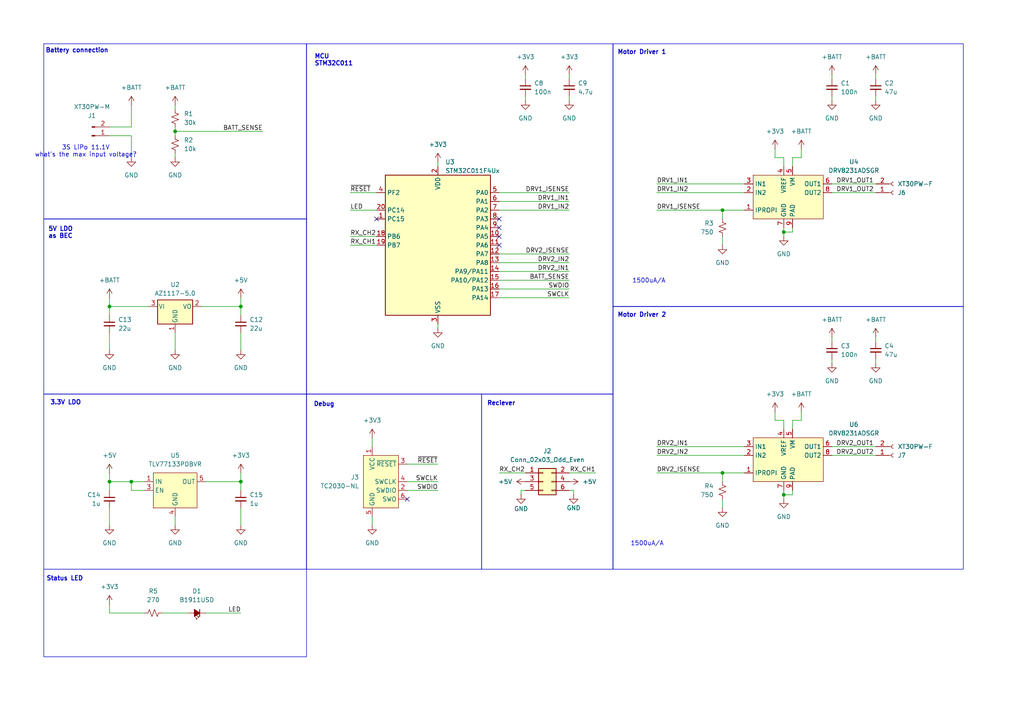
<source format=kicad_sch>
(kicad_sch (version 20250114) (generator "eeschema") (generator_version "9.0")
  (paper "A4")
  (lib_symbols
    (symbol "Connector:Conn_01x02_Pin" (pin_names (offset 1.016) (hide yes))
      (property "Reference" "J" (at 0 2.54 0))
      (property "Value" "Conn_01x02_Pin" (at 0 -5.08 0))
      (symbol "Conn_01x02_Pin_1_1"
        (rectangle (start 0.8636 0.127) (end 0 -0.127) (stroke (width 0.1524)) (fill (type outline)))
        (rectangle (start 0.8636 -2.413) (end 0 -2.667) (stroke (width 0.1524)) (fill (type outline)))
        (polyline (pts (xy 1.27 0) (xy 0.8636 0)) (stroke (width 0.1524)))
        (polyline (pts (xy 1.27 -2.54) (xy 0.8636 -2.54)) (stroke (width 0.1524)))
        (pin passive line (at 5.08 0 180) (length 3.81) (name "Pin_1") (number "1"))
        (pin passive line (at 5.08 -2.54 180) (length 3.81) (name "Pin_2") (number "2"))
      )
    )
    (symbol "Connector:Conn_01x02_Socket" (pin_names (offset 1.016) (hide yes))
      (property "Reference" "J" (at 0 2.54 0))
      (property "Value" "Conn_01x02_Socket" (at 0 -5.08 0))
      (symbol "Conn_01x02_Socket_1_1"
        (polyline (pts (xy -1.27 0) (xy -0.508 0)) (stroke (width 0.1524)))
        (polyline (pts (xy -1.27 -2.54) (xy -0.508 -2.54)) (stroke (width 0.1524)))
        (arc (start 0 -0.508) (mid -0.5058 0) (end 0 0.508) (stroke (width 0.1524)))
        (arc (start 0 -3.048) (mid -0.5058 -2.54) (end 0 -2.032) (stroke (width 0.1524)))
        (pin passive line (at -5.08 0 0) (length 3.81) (name "Pin_1") (number "1"))
        (pin passive line (at -5.08 -2.54 0) (length 3.81) (name "Pin_2") (number "2"))
      )
    )
    (symbol "Connector:Conn_ARM_SWD_TagConnect_TC2030-NL" (in_bom no)
      (property "Reference" "J" (at 2.54 11.43 0))
      (property "Value" "Conn_ARM_SWD_TagConnect_TC2030-NL" (at 2.54 8.89 0))
      (symbol "Conn_ARM_SWD_TagConnect_TC2030-NL_0_0"
        (pin power_in line (at -2.54 10.16 270) (length 2.54) (name "VCC") (number "1"))
        (pin power_in line (at -2.54 -10.16 90) (length 2.54) (name "GND") (number "5"))
        (pin open_collector line (at 7.62 5.08 180) (length 2.54) (name "~{RESET}") (number "3"))
        (pin output line (at 7.62 0 180) (length 2.54) (name "SWCLK") (number "4"))
        (pin bidirectional line (at 7.62 -2.54 180) (length 2.54) (name "SWDIO") (number "2"))
        (pin input line (at 7.62 -5.08 180) (length 2.54) (name "SWO") (number "6"))
      )
      (symbol "Conn_ARM_SWD_TagConnect_TC2030-NL_0_1"
        (rectangle (start -5.08 7.62) (end 5.08 -7.62) (fill (type background)))
      )
    )
    (symbol "Connector_Generic:Conn_02x03_Odd_Even" (pin_names (offset 1.016) (hide yes))
      (property "Reference" "J" (at 1.27 5.08 0))
      (property "Value" "Conn_02x03_Odd_Even" (at 1.27 -5.08 0))
      (symbol "Conn_02x03_Odd_Even_1_1"
        (rectangle (start -1.27 3.81) (end 3.81 -3.81) (stroke (width 0.254)) (fill (type background)))
        (rectangle (start -1.27 2.667) (end 0 2.413) (stroke (width 0.1524)))
        (rectangle (start -1.27 0.127) (end 0 -0.127) (stroke (width 0.1524)))
        (rectangle (start -1.27 -2.413) (end 0 -2.667) (stroke (width 0.1524)))
        (rectangle (start 3.81 2.667) (end 2.54 2.413) (stroke (width 0.1524)))
        (rectangle (start 3.81 0.127) (end 2.54 -0.127) (stroke (width 0.1524)))
        (rectangle (start 3.81 -2.413) (end 2.54 -2.667) (stroke (width 0.1524)))
        (pin passive line (at -5.08 2.54 0) (length 3.81) (name "Pin_1") (number "1"))
        (pin passive line (at -5.08 0 0) (length 3.81) (name "Pin_3") (number "3"))
        (pin passive line (at -5.08 -2.54 0) (length 3.81) (name "Pin_5") (number "5"))
        (pin passive line (at 7.62 2.54 180) (length 3.81) (name "Pin_2") (number "2"))
        (pin passive line (at 7.62 0 180) (length 3.81) (name "Pin_4") (number "4"))
        (pin passive line (at 7.62 -2.54 180) (length 3.81) (name "Pin_6") (number "6"))
      )
    )
    (symbol "Device:C_Small" (pin_numbers (hide yes)) (pin_names (offset 0.254) (hide yes))
      (property "Reference" "C" (at 0.254 1.778 0))
      (property "Value" "C_Small" (at 0.254 -2.032 0))
      (symbol "C_Small_0_1"
        (polyline (pts (xy -1.524 0.508) (xy 1.524 0.508)) (stroke (width 0.3048)))
        (polyline (pts (xy -1.524 -0.508) (xy 1.524 -0.508)) (stroke (width 0.3302)))
      )
      (symbol "C_Small_1_1"
        (pin passive line (at 0 2.54 270) (length 2.032) (name "~") (number "1"))
        (pin passive line (at 0 -2.54 90) (length 2.032) (name "~") (number "2"))
      )
    )
    (symbol "Device:LED_Small_Filled" (pin_numbers (hide yes)) (pin_names (offset 0.254) (hide yes))
      (property "Reference" "D" (at -1.27 3.175 0))
      (property "Value" "LED_Small_Filled" (at -4.445 -2.54 0))
      (symbol "LED_Small_Filled_0_1"
        (polyline (pts (xy -0.762 -1.016) (xy -0.762 1.016)) (stroke (width 0.254)))
        (polyline (pts (xy 0 0.762) (xy -0.508 1.27) (xy -0.254 1.27) (xy -0.508 1.27) (xy -0.508 1.016)))
        (polyline (pts (xy 0.508 1.27) (xy 0 1.778) (xy 0.254 1.778) (xy 0 1.778) (xy 0 1.524)))
        (polyline (pts (xy 0.762 -1.016) (xy -0.762 0) (xy 0.762 1.016) (xy 0.762 -1.016)) (stroke (width 0.254)) (fill (type outline)))
        (polyline (pts (xy 1.016 0) (xy -0.762 0)))
      )
      (symbol "LED_Small_Filled_1_1"
        (pin passive line (at -2.54 0 0) (length 1.778) (name "K") (number "1"))
        (pin passive line (at 2.54 0 180) (length 1.778) (name "A") (number "2"))
      )
    )
    (symbol "Device:R_Small_US" (pin_numbers (hide yes)) (pin_names (offset 0.254) (hide yes))
      (property "Reference" "R" (at 0.762 0.508 0))
      (property "Value" "R_Small_US" (at 0.762 -1.016 0))
      (symbol "R_Small_US_1_1"
        (polyline (pts (xy 0 1.524) (xy 1.016 1.143) (xy 0 0.762) (xy -1.016 0.381) (xy 0 0)))
        (polyline (pts (xy 0 0) (xy 1.016 -0.381) (xy 0 -0.762) (xy -1.016 -1.143) (xy 0 -1.524)))
        (pin passive line (at 0 2.54 270) (length 1.016) (name "~") (number "1"))
        (pin passive line (at 0 -2.54 90) (length 1.016) (name "~") (number "2"))
      )
    )
    (symbol "Driver_Motor_TI:DRV8231ADSGR"
      (property "Reference" "U" (at -10.668 -13.97 0))
      (property "Value" "DRV8231ADSGR" (at -17.272 -15.748 0))
      (symbol "DRV8231ADSGR_0_0"
        (pin unspecified line (at -12.7 -2.54 0) (length 2.54) (name "IN1") (number "3"))
        (pin unspecified line (at -12.7 -5.08 0) (length 2.54) (name "IN2") (number "2"))
        (pin unspecified line (at -12.7 -10.16 0) (length 2.54) (name "IPROPI") (number "1"))
        (pin unspecified line (at -1.27 2.54 270) (length 2.54) (name "VREF") (number "4"))
        (pin unspecified line (at -1.27 -15.24 90) (length 2.54) (name "GND") (number "7"))
        (pin unspecified line (at 1.27 2.54 270) (length 2.54) (name "VM") (number "5"))
        (pin unspecified line (at 1.27 -15.24 90) (length 2.54) (name "PAD") (number "9"))
        (pin unspecified line (at 12.7 -2.54 180) (length 2.54) (name "OUT1") (number "6"))
        (pin unspecified line (at 12.7 -5.08 180) (length 2.54) (name "OUT2") (number "8"))
      )
      (symbol "DRV8231ADSGR_1_1"
        (rectangle (start -10.16 0) (end 10.16 -12.7) (fill (type background)))
      )
    )
    (symbol "MCU_ST_STM32C0:STM32C011F4Ux"
      (property "Reference" "U" (at -15.24 21.59 0))
      (property "Value" "STM32C011F4Ux" (at 2.54 21.59 0))
      (symbol "STM32C011F4Ux_0_1"
        (rectangle (start -15.24 -20.32) (end 15.24 20.32) (stroke (width 0.254)) (fill (type background)))
      )
      (symbol "STM32C011F4Ux_1_1"
        (pin bidirectional line (at -17.78 15.24 0) (length 2.54) (name "PF2") (number "4"))
        (pin bidirectional line (at -17.78 10.16 0) (length 2.54) (name "PC14") (number "20"))
        (pin bidirectional line (at -17.78 7.62 0) (length 2.54) (name "PC15") (number "1"))
        (pin bidirectional line (at -17.78 2.54 0) (length 2.54) (name "PB6") (number "18"))
        (pin bidirectional line (at -17.78 0 0) (length 2.54) (name "PB7") (number "19"))
        (pin power_in line (at 0 22.86 270) (length 2.54) (name "VDD") (number "2"))
        (pin power_in line (at 0 -22.86 90) (length 2.54) (name "VSS") (number "3"))
        (pin bidirectional line (at 17.78 15.24 180) (length 2.54) (name "PA0") (number "5"))
        (pin bidirectional line (at 17.78 12.7 180) (length 2.54) (name "PA1") (number "6"))
        (pin bidirectional line (at 17.78 10.16 180) (length 2.54) (name "PA2") (number "7"))
        (pin bidirectional line (at 17.78 7.62 180) (length 2.54) (name "PA3") (number "8"))
        (pin bidirectional line (at 17.78 5.08 180) (length 2.54) (name "PA4") (number "9"))
        (pin bidirectional line (at 17.78 2.54 180) (length 2.54) (name "PA5") (number "10"))
        (pin bidirectional line (at 17.78 0 180) (length 2.54) (name "PA6") (number "11"))
        (pin bidirectional line (at 17.78 -2.54 180) (length 2.54) (name "PA7") (number "12"))
        (pin bidirectional line (at 17.78 -5.08 180) (length 2.54) (name "PA8") (number "13"))
        (pin bidirectional line (at 17.78 -7.62 180) (length 2.54) (name "PA9/PA11") (number "14"))
        (pin bidirectional line (at 17.78 -10.16 180) (length 2.54) (name "PA10/PA12") (number "15"))
        (pin bidirectional line (at 17.78 -12.7 180) (length 2.54) (name "PA13") (number "16"))
        (pin bidirectional line (at 17.78 -15.24 180) (length 2.54) (name "PA14") (number "17"))
      )
    )
    (symbol "Regulator_Linear:AZ1117-5.0" (pin_names (offset 0.254))
      (property "Reference" "U" (at -3.81 3.175 0))
      (property "Value" "AZ1117-5.0" (at 0 3.175 0))
      (symbol "AZ1117-5.0_0_1"
        (rectangle (start -5.08 1.905) (end 5.08 -5.08) (stroke (width 0.254)) (fill (type background)))
      )
      (symbol "AZ1117-5.0_1_1"
        (pin power_in line (at -7.62 0 0) (length 2.54) (name "VI") (number "3"))
        (pin power_in line (at 0 -7.62 90) (length 2.54) (name "GND") (number "1"))
        (pin power_out line (at 7.62 0 180) (length 2.54) (name "VO") (number "2"))
      )
    )
    (symbol "Regulator_Linear_TI:TLV77133PDBVR"
      (property "Reference" "U" (at 0 4.064 0))
      (property "Value" "TLV77133PDBVR" (at -0.254 1.778 0))
      (symbol "TLV77133PDBVR_0_0"
        (pin unspecified line (at -8.89 -2.54 0) (length 2.54) (name "IN") (number "1"))
        (pin unspecified line (at -8.89 -5.08 0) (length 2.54) (name "EN") (number "3"))
        (pin unspecified line (at 0 -12.7 90) (length 2.54) (name "GND") (number "4"))
        (pin unspecified line (at 8.89 -2.54 180) (length 2.54) (name "OUT") (number "5"))
      )
      (symbol "TLV77133PDBVR_1_0"
        (pin no_connect line (at 2.54 -12.7 90) (length 2.54) (hide yes) (name "NC") (number "2"))
      )
      (symbol "TLV77133PDBVR_1_1"
        (rectangle (start -6.35 0) (end 6.35 -10.16) (fill (type background)))
      )
    )
    (symbol "power:+3V3" (power) (pin_numbers (hide yes)) (pin_names (offset 0) (hide yes))
      (property "Value" "+3V3" (at 0 3.556 0))
      (symbol "+3V3_0_1"
        (polyline (pts (xy -0.762 1.27) (xy 0 2.54)))
        (polyline (pts (xy 0 2.54) (xy 0.762 1.27)))
        (polyline (pts (xy 0 0) (xy 0 2.54)))
      )
      (symbol "+3V3_1_1"
        (pin power_in line (at 0 0 90) (length 0) (name "~") (number "1"))
      )
    )
    (symbol "power:+5V" (power) (pin_numbers (hide yes)) (pin_names (offset 0) (hide yes))
      (property "Value" "+5V" (at 0 3.556 0))
      (symbol "+5V_0_1"
        (polyline (pts (xy -0.762 1.27) (xy 0 2.54)))
        (polyline (pts (xy 0 2.54) (xy 0.762 1.27)))
        (polyline (pts (xy 0 0) (xy 0 2.54)))
      )
      (symbol "+5V_1_1"
        (pin power_in line (at 0 0 90) (length 0) (name "~") (number "1"))
      )
    )
    (symbol "power:+BATT" (power) (pin_numbers (hide yes)) (pin_names (offset 0) (hide yes))
      (property "Value" "+BATT" (at 0 3.556 0))
      (symbol "+BATT_0_1"
        (polyline (pts (xy -0.762 1.27) (xy 0 2.54)))
        (polyline (pts (xy 0 2.54) (xy 0.762 1.27)))
        (polyline (pts (xy 0 0) (xy 0 2.54)))
      )
      (symbol "+BATT_1_1"
        (pin power_in line (at 0 0 90) (length 0) (name "~") (number "1"))
      )
    )
    (symbol "power:GND" (power) (pin_numbers (hide yes)) (pin_names (offset 0) (hide yes))
      (property "Value" "GND" (at 0 -3.81 0))
      (symbol "GND_0_1"
        (polyline (pts (xy 0 0) (xy 0 -1.27) (xy 1.27 -1.27) (xy 0 -2.54) (xy -1.27 -1.27) (xy 0 -1.27)))
      )
      (symbol "GND_1_1"
        (pin power_in line (at 0 0 270) (length 0) (name "~") (number "1"))
      )
    )
  )
  (rectangle (start 177.8 12.7) (end 279.4 88.9))
  (rectangle (start 12.7 12.7) (end 88.9 63.5))
  (rectangle (start 177.8 88.9) (end 279.4 165.1))
  (rectangle (start 88.9 114.3) (end 139.7 165.1))
  (rectangle (start 12.7 165.1) (end 88.9 190.5))
  (rectangle (start 88.9 12.7) (end 177.8 114.3))
  (rectangle (start 12.7 114.3) (end 88.9 165.1))
  (rectangle (start 12.7 63.5) (end 88.9 114.3))
  (rectangle (start 139.7 114.3) (end 177.8 165.1))
  (text "3.3V LDO" (at 19.05 116.84 0) (effects (font (size 1.27 1.27) (thickness 0.254) (bold yes))))
  (text "Status LED" (at 18.796 167.894 0) (effects (font (size 1.27 1.27) (thickness 0.254) (bold yes))))
  (text "Motor Driver 1" (at 186.182 15.24 0) (effects (font (size 1.27 1.27) (thickness 0.254) (bold yes))))
  (text "Motor Driver 2" (at 186.182 91.44 0) (effects (font (size 1.27 1.27) (thickness 0.254) (bold yes))))
  (text "1500uA/A" (at 188.214 81.534 0) (effects (font (size 1.27 1.27))))
  (text "5V LDO\nas BEC" (at 13.97 65.786 0) (effects (font (size 1.27 1.27) (thickness 0.254) (bold yes)) (justify left top)))
  (text "Battery connection" (at 22.352 14.732 0) (effects (font (size 1.27 1.27) (thickness 0.254) (bold yes))))
  (text "MCU\nSTM32C011" (at 91.186 15.748 0) (effects (font (size 1.27 1.27) (thickness 0.254) (bold yes)) (justify left top)))
  (text "1500uA/A" (at 187.706 157.734 0) (effects (font (size 1.27 1.27))))
  (text "3S LiPo 11.1V\nwhat's the max input voltage?" (at 24.892 43.942 0) (effects (font (size 1.27 1.27) (thickness 0.1588))))
  (text "Reciever" (at 141.224 116.332 0) (effects (font (size 1.27 1.27) (thickness 0.254) (bold yes)) (justify left top)))
  (text "Debug" (at 90.932 116.586 0) (effects (font (size 1.27 1.27) (thickness 0.254) (bold yes)) (justify left top)))
  (junction (at 227.33 143.51))
  (junction (at 38.1 139.7))
  (junction (at 209.55 137.16))
  (junction (at 50.8 38.1))
  (junction (at 31.75 88.9))
  (junction (at 31.75 139.7))
  (junction (at 227.33 67.31))
  (junction (at 209.55 60.96))
  (junction (at 69.85 139.7))
  (junction (at 69.85 88.9))
  (no_connect (at 144.78 66.04))
  (no_connect (at 144.78 63.5))
  (no_connect (at 144.78 71.12))
  (no_connect (at 109.22 63.5))
  (no_connect (at 118.11 144.78))
  (no_connect (at 144.78 68.58))
  (wire (pts (xy 165.1 76.2) (xy 144.78 76.2)))
  (wire (pts (xy 151.13 143.51) (xy 151.13 142.24)))
  (wire (pts (xy 59.69 139.7) (xy 69.85 139.7)))
  (wire (pts (xy 152.4 137.16) (xy 144.78 137.16)))
  (wire (pts (xy 69.85 86.36) (xy 69.85 88.9)))
  (wire (pts (xy 144.78 81.28) (xy 165.1 81.28)))
  (wire (pts (xy 224.79 43.18) (xy 224.79 45.72)))
  (wire (pts (xy 190.5 55.88) (xy 215.9 55.88)))
  (wire (pts (xy 107.95 149.86) (xy 107.95 152.4)))
  (wire (pts (xy 241.3 55.88) (xy 254 55.88)))
  (wire (pts (xy 241.3 21.59) (xy 241.3 22.86)))
  (wire (pts (xy 69.85 139.7) (xy 69.85 142.24)))
  (wire (pts (xy 59.69 177.8) (xy 69.85 177.8)))
  (wire (pts (xy 227.33 143.51) (xy 227.33 144.78)))
  (wire (pts (xy 241.3 132.08) (xy 254 132.08)))
  (wire (pts (xy 58.42 88.9) (xy 69.85 88.9)))
  (wire (pts (xy 31.75 96.52) (xy 31.75 101.6)))
  (wire (pts (xy 69.85 137.16) (xy 69.85 139.7)))
  (wire (pts (xy 241.3 53.34) (xy 254 53.34)))
  (wire (pts (xy 232.41 119.38) (xy 232.41 121.92)))
  (wire (pts (xy 229.87 67.31) (xy 229.87 66.04)))
  (wire (pts (xy 127 93.98) (xy 127 95.25)))
  (wire (pts (xy 166.37 142.24) (xy 165.1 142.24)))
  (wire (pts (xy 227.33 66.04) (xy 227.33 67.31)))
  (wire (pts (xy 38.1 36.83) (xy 31.75 36.83)))
  (wire (pts (xy 152.4 21.59) (xy 152.4 22.86)))
  (wire (pts (xy 38.1 39.37) (xy 31.75 39.37)))
  (wire (pts (xy 50.8 44.45) (xy 50.8 45.72)))
  (wire (pts (xy 118.11 139.7) (xy 127 139.7)))
  (wire (pts (xy 190.5 53.34) (xy 215.9 53.34)))
  (wire (pts (xy 144.78 83.82) (xy 165.1 83.82)))
  (wire (pts (xy 38.1 139.7) (xy 41.91 139.7)))
  (wire (pts (xy 224.79 45.72) (xy 227.33 45.72)))
  (wire (pts (xy 50.8 96.52) (xy 50.8 101.6)))
  (wire (pts (xy 224.79 119.38) (xy 224.79 121.92)))
  (wire (pts (xy 209.55 60.96) (xy 215.9 60.96)))
  (wire (pts (xy 31.75 139.7) (xy 31.75 142.24)))
  (wire (pts (xy 107.95 127) (xy 107.95 129.54)))
  (wire (pts (xy 227.33 143.51) (xy 229.87 143.51)))
  (wire (pts (xy 165.1 60.96) (xy 144.78 60.96)))
  (wire (pts (xy 144.78 73.66) (xy 165.1 73.66)))
  (wire (pts (xy 46.99 177.8) (xy 54.61 177.8)))
  (wire (pts (xy 209.55 144.78) (xy 209.55 147.32)))
  (wire (pts (xy 31.75 139.7) (xy 38.1 139.7)))
  (wire (pts (xy 144.78 55.88) (xy 165.1 55.88)))
  (wire (pts (xy 241.3 27.94) (xy 241.3 29.21)))
  (wire (pts (xy 31.75 175.26) (xy 31.75 177.8)))
  (wire (pts (xy 101.6 60.96) (xy 109.22 60.96)))
  (wire (pts (xy 38.1 45.72) (xy 38.1 39.37)))
  (wire (pts (xy 190.5 132.08) (xy 215.9 132.08)))
  (wire (pts (xy 165.1 27.94) (xy 165.1 29.21)))
  (wire (pts (xy 31.75 88.9) (xy 43.18 88.9)))
  (wire (pts (xy 241.3 129.54) (xy 254 129.54)))
  (wire (pts (xy 69.85 88.9) (xy 69.85 91.44)))
  (wire (pts (xy 38.1 30.48) (xy 38.1 36.83)))
  (wire (pts (xy 109.22 71.12) (xy 101.6 71.12)))
  (wire (pts (xy 241.3 104.14) (xy 241.3 105.41)))
  (wire (pts (xy 254 104.14) (xy 254 105.41)))
  (wire (pts (xy 232.41 121.92) (xy 229.87 121.92)))
  (wire (pts (xy 224.79 121.92) (xy 227.33 121.92)))
  (wire (pts (xy 31.75 137.16) (xy 31.75 139.7)))
  (wire (pts (xy 31.75 86.36) (xy 31.75 88.9)))
  (wire (pts (xy 50.8 38.1) (xy 50.8 39.37)))
  (wire (pts (xy 209.55 137.16) (xy 215.9 137.16)))
  (wire (pts (xy 227.33 121.92) (xy 227.33 124.46)))
  (wire (pts (xy 118.11 134.62) (xy 127 134.62)))
  (wire (pts (xy 254 21.59) (xy 254 22.86)))
  (wire (pts (xy 50.8 30.48) (xy 50.8 31.75)))
  (wire (pts (xy 69.85 96.52) (xy 69.85 101.6)))
  (wire (pts (xy 229.87 45.72) (xy 229.87 48.26)))
  (wire (pts (xy 232.41 45.72) (xy 229.87 45.72)))
  (wire (pts (xy 50.8 149.86) (xy 50.8 152.4)))
  (wire (pts (xy 227.33 45.72) (xy 227.33 48.26)))
  (wire (pts (xy 232.41 43.18) (xy 232.41 45.72)))
  (wire (pts (xy 31.75 91.44) (xy 31.75 88.9)))
  (wire (pts (xy 38.1 142.24) (xy 38.1 139.7)))
  (wire (pts (xy 227.33 67.31) (xy 227.33 68.58)))
  (wire (pts (xy 165.1 137.16) (xy 172.72 137.16)))
  (wire (pts (xy 41.91 142.24) (xy 38.1 142.24)))
  (wire (pts (xy 165.1 78.74) (xy 144.78 78.74)))
  (wire (pts (xy 209.55 137.16) (xy 209.55 139.7)))
  (wire (pts (xy 227.33 67.31) (xy 229.87 67.31)))
  (wire (pts (xy 165.1 58.42) (xy 144.78 58.42)))
  (wire (pts (xy 209.55 60.96) (xy 209.55 63.5)))
  (wire (pts (xy 165.1 21.59) (xy 165.1 22.86)))
  (wire (pts (xy 31.75 177.8) (xy 41.91 177.8)))
  (wire (pts (xy 209.55 68.58) (xy 209.55 71.12)))
  (wire (pts (xy 166.37 143.51) (xy 166.37 142.24)))
  (wire (pts (xy 229.87 143.51) (xy 229.87 142.24)))
  (wire (pts (xy 152.4 27.94) (xy 152.4 29.21)))
  (wire (pts (xy 229.87 121.92) (xy 229.87 124.46)))
  (wire (pts (xy 241.3 97.79) (xy 241.3 99.06)))
  (wire (pts (xy 101.6 55.88) (xy 109.22 55.88)))
  (wire (pts (xy 50.8 36.83) (xy 50.8 38.1)))
  (wire (pts (xy 151.13 142.24) (xy 152.4 142.24)))
  (wire (pts (xy 227.33 142.24) (xy 227.33 143.51)))
  (wire (pts (xy 50.8 38.1) (xy 76.2 38.1)))
  (wire (pts (xy 190.5 60.96) (xy 209.55 60.96)))
  (wire (pts (xy 118.11 142.24) (xy 127 142.24)))
  (wire (pts (xy 69.85 147.32) (xy 69.85 152.4)))
  (wire (pts (xy 190.5 137.16) (xy 209.55 137.16)))
  (wire (pts (xy 31.75 147.32) (xy 31.75 152.4)))
  (wire (pts (xy 254 97.79) (xy 254 99.06)))
  (wire (pts (xy 109.22 68.58) (xy 101.6 68.58)))
  (wire (pts (xy 190.5 129.54) (xy 215.9 129.54)))
  (wire (pts (xy 144.78 86.36) (xy 165.1 86.36)))
  (wire (pts (xy 254 27.94) (xy 254 29.21)))
  (wire (pts (xy 127 46.99) (xy 127 48.26)))
  (label "DRV1_OUT2" (at 242.57 55.88 0))
  (label "BATT_SENSE" (at 165.1 81.28 180))
  (label "DRV2_IN1" (at 165.1 78.74 180))
  (label "SWCLK" (at 165.1 86.36 180))
  (label "~{RESET}" (at 101.6 55.88 0))
  (label "RX_CH2" (at 144.78 137.16 0))
  (label "DRV1_IN2" (at 165.1 60.96 180))
  (label "RX_CH2" (at 101.6 68.58 0))
  (label "DRV2_ISENSE" (at 190.5 137.16 0))
  (label "LED" (at 101.6 60.96 0))
  (label "DRV1_IN1" (at 165.1 58.42 180))
  (label "~{RESET}" (at 127 134.62 180))
  (label "SWDIO" (at 165.1 83.82 180))
  (label "LED" (at 69.85 177.8 180))
  (label "DRV1_IN2" (at 190.5 55.88 0))
  (label "DRV2_IN2" (at 190.5 132.08 0))
  (label "RX_CH1" (at 172.72 137.16 180))
  (label "DRV2_IN1" (at 190.5 129.54 0))
  (label "DRV1_OUT1" (at 242.57 53.34 0))
  (label "DRV1_ISENSE" (at 190.5 60.96 0))
  (label "BATT_SENSE" (at 76.2 38.1 180))
  (label "SWDIO" (at 127 142.24 180))
  (label "DRV1_ISENSE" (at 165.1 55.88 180))
  (label "SWCLK" (at 127 139.7 180))
  (label "DRV1_IN1" (at 190.5 53.34 0))
  (label "RX_CH1" (at 101.6 71.12 0))
  (label "DRV2_OUT2" (at 242.57 132.08 0))
  (label "DRV2_IN2" (at 165.1 76.2 180))
  (label "DRV2_OUT1" (at 242.57 129.54 0))
  (label "DRV2_ISENSE" (at 165.1 73.66 180))
  (symbol (lib_id "power:+3V3") (at 69.85 137.16 0) (unit 1)
    (property "Reference" "#PWR015" (effects (hide yes)))
    (property "Value" "+3V3" (at 69.85 132.08 0))
    (property "Description" "Power symbol creates a global label with name \"+3V3\"" (effects (hide yes)))
  )
  (symbol (lib_id "power:+3V3") (at 165.1 21.59 0) (unit 1)
    (property "Reference" "#PWR026" (effects (hide yes)))
    (property "Value" "+3V3" (at 165.1 16.51 0))
    (property "Description" "Power symbol creates a global label with name \"+3V3\"" (effects (hide yes)))
  )
  (symbol (lib_id "power:+BATT") (at 38.1 30.48 0) (unit 1)
    (property "Reference" "#PWR034" (effects (hide yes)))
    (property "Value" "+BATT" (at 38.1 25.4 0))
    (property "Description" "Power symbol creates a global label with name \"+BATT\"" (effects (hide yes)))
  )
  (symbol (lib_id "power:+3V3") (at 152.4 21.59 0) (unit 1)
    (property "Reference" "#PWR024" (effects (hide yes)))
    (property "Value" "+3V3" (at 152.4 16.51 0))
    (property "Description" "Power symbol creates a global label with name \"+3V3\"" (effects (hide yes)))
  )
  (symbol (lib_id "Device:C_Small") (at 31.75 93.98 0) (unit 1)
    (property "Reference" "C13" (at 34.29 92.7162 0) (effects (justify left)))
    (property "Value" "22u" (at 34.29 95.2562 0) (effects (justify left)))
    (property "Footprint" "Capacitor_SMD:C_0603_1608Metric" (effects (hide yes)))
    (property "Description" "Unpolarized capacitor, small symbol" (effects (hide yes)))
  )
  (symbol (lib_id "Connector_Generic:Conn_02x03_Odd_Even") (at 157.48 139.7 0) (unit 1)
    (property "Reference" "J2" (at 158.75 130.81 0))
    (property "Value" "Conn_02x03_Odd_Even" (at 158.75 133.35 0))
    (property "Footprint" "Connector_PinHeader_2.54mm:PinHeader_2x03_P2.54mm_Horizontal" (effects (hide yes)))
    (property "Description" "Generic connector, double row, 02x03, odd/even pin numbering scheme (row 1 odd numbers, row 2 even numbers), script generated (kicad-library-utils/schlib/autogen/connector/)" (effects (hide yes)))
  )
  (symbol (lib_id "Device:R_Small_US") (at 50.8 34.29 0) (unit 1)
    (property "Reference" "R1" (at 53.34 33.0199 0) (effects (justify left)))
    (property "Value" "30k" (at 53.34 35.5599 0) (effects (justify left)))
    (property "Footprint" "Resistor_SMD:R_0603_1608Metric" (effects (hide yes)))
    (property "Description" "Resistor, small US symbol" (effects (hide yes)))
  )
  (symbol (lib_id "Device:R_Small_US") (at 209.55 142.24 0) (unit 1)
    (property "Reference" "R4" (at 207.01 140.9699 0) (effects (justify right)))
    (property "Value" "750" (at 207.01 143.5099 0) (effects (justify right)))
    (property "Footprint" "Resistor_SMD:R_0603_1608Metric" (effects (hide yes)))
    (property "Description" "Resistor, small US symbol" (effects (hide yes)))
  )
  (symbol (lib_id "power:+3V3") (at 127 46.99 0) (unit 1)
    (property "Reference" "#PWR029" (effects (hide yes)))
    (property "Value" "+3V3" (at 127 41.91 0))
    (property "Description" "Power symbol creates a global label with name \"+3V3\"" (effects (hide yes)))
  )
  (symbol (lib_id "power:GND") (at 38.1 45.72 0) (unit 1)
    (property "Reference" "#PWR035" (effects (hide yes)))
    (property "Value" "GND" (at 38.1 50.8 0))
    (property "Description" "Power symbol creates a global label with name \"GND\" , ground" (effects (hide yes)))
  )
  (symbol (lib_id "power:GND") (at 209.55 147.32 0) (unit 1)
    (property "Reference" "#PWR033" (effects (hide yes)))
    (property "Value" "GND" (at 209.55 152.4 0))
    (property "Description" "Power symbol creates a global label with name \"GND\" , ground" (effects (hide yes)))
  )
  (symbol (lib_id "Regulator_Linear_TI:TLV77133PDBVR") (at 50.8 137.16 0) (unit 1)
    (property "Reference" "U5" (at 50.8 132.08 0))
    (property "Value" "TLV77133PDBVR" (at 50.8 134.62 0))
    (property "Footprint" "Package_TO_SOT_SMD:SOT-23-5" (effects (hide yes)))
    (property "Datasheet" "https://www.ti.com/lit/ds/symlink/tlv771.pdf?ts=1746717697342&ref_url=https%253A%252F%252Fwww.ti.com%252Fproduct%252FTLV771" (effects (hide yes)))
    (property "Description" "Linear Voltage Regulator IC Positive Fixed 1 Output 150mA SOT-23-5" (effects (hide yes)))
  )
  (symbol (lib_id "power:GND") (at 50.8 152.4 0) (unit 1)
    (property "Reference" "#PWR011" (effects (hide yes)))
    (property "Value" "GND" (at 50.8 157.48 0))
    (property "Description" "Power symbol creates a global label with name \"GND\" , ground" (effects (hide yes)))
  )
  (symbol (lib_id "Device:LED_Small_Filled") (at 57.15 177.8 180) (unit 1)
    (property "Reference" "D1" (at 57.0865 171.45 0))
    (property "Value" "B1911USD" (at 57.0865 173.99 0))
    (property "Footprint" "LED_SMD:LED_0603_1608Metric" (effects (hide yes)))
    (property "Description" "Light emitting diode, small symbol, filled shape" (effects (hide yes)))
    (property "Sim.Pins" "1=K 2=A" (effects (hide yes)))
  )
  (symbol (lib_id "power:+3V3") (at 224.79 119.38 0) (unit 1)
    (property "Reference" "#PWR016" (effects (hide yes)))
    (property "Value" "+3V3" (at 224.79 114.3 0))
    (property "Description" "Power symbol creates a global label with name \"+3V3\"" (effects (hide yes)))
  )
  (symbol (lib_id "power:GND") (at 31.75 152.4 0) (unit 1)
    (property "Reference" "#PWR010" (effects (hide yes)))
    (property "Value" "GND" (at 31.75 157.48 0))
    (property "Description" "Power symbol creates a global label with name \"GND\" , ground" (effects (hide yes)))
  )
  (symbol (lib_id "Device:C_Small") (at 241.3 101.6 0) (unit 1)
    (property "Reference" "C3" (at 243.84 100.3362 0) (effects (justify left)))
    (property "Value" "100n" (at 243.84 102.8762 0) (effects (justify left)))
    (property "Footprint" "Capacitor_SMD:C_0603_1608Metric" (effects (hide yes)))
    (property "Description" "Unpolarized capacitor, small symbol" (effects (hide yes)))
  )
  (symbol (lib_id "power:+BATT") (at 254 21.59 0) (unit 1)
    (property "Reference" "#PWR022" (effects (hide yes)))
    (property "Value" "+BATT" (at 254 16.51 0))
    (property "Description" "Power symbol creates a global label with name \"+BATT\"" (effects (hide yes)))
  )
  (symbol (lib_id "power:GND") (at 69.85 152.4 0) (unit 1)
    (property "Reference" "#PWR014" (effects (hide yes)))
    (property "Value" "GND" (at 69.85 157.48 0))
    (property "Description" "Power symbol creates a global label with name \"GND\" , ground" (effects (hide yes)))
  )
  (symbol (lib_id "power:+3V3") (at 107.95 127 0) (unit 1)
    (property "Reference" "#PWR01" (effects (hide yes)))
    (property "Value" "+3V3" (at 107.95 121.92 0))
    (property "Description" "Power symbol creates a global label with name \"+3V3\"" (effects (hide yes)))
  )
  (symbol (lib_id "Regulator_Linear:AZ1117-5.0") (at 50.8 88.9 0) (unit 1)
    (property "Reference" "U2" (at 50.8 82.55 0))
    (property "Value" "AZ1117-5.0" (at 50.8 85.09 0))
    (property "Footprint" "Package_TO_SOT_SMD:SOT-223-3_TabPin2" (effects (hide yes)))
    (property "Datasheet" "https://www.diodes.com/assets/Datasheets/AZ1117.pdf" (effects (hide yes)))
    (property "Description" "1A 20V Fixed LDO Linear Regulator, 5.0V, SOT-89/SOT-223/TO-220/TO-252/TO-263" (effects (hide yes)))
  )
  (symbol (lib_id "Device:C_Small") (at 254 25.4 0) (unit 1)
    (property "Reference" "C2" (at 256.54 24.1362 0) (effects (justify left)))
    (property "Value" "47u" (at 256.54 26.6762 0) (effects (justify left)))
    (property "Footprint" "Capacitor_SMD:C_1210_3225Metric" (effects (hide yes)))
    (property "Description" "Unpolarized capacitor, small symbol" (effects (hide yes)))
  )
  (symbol (lib_id "power:GND") (at 209.55 71.12 0) (unit 1)
    (property "Reference" "#PWR032" (effects (hide yes)))
    (property "Value" "GND" (at 209.55 76.2 0))
    (property "Description" "Power symbol creates a global label with name \"GND\" , ground" (effects (hide yes)))
  )
  (symbol (lib_id "Device:C_Small") (at 152.4 25.4 0) (unit 1)
    (property "Reference" "C8" (at 154.94 24.1362 0) (effects (justify left)))
    (property "Value" "100n" (at 154.94 26.6762 0) (effects (justify left)))
    (property "Footprint" "Capacitor_SMD:C_0603_1608Metric" (effects (hide yes)))
    (property "Description" "Unpolarized capacitor, small symbol" (effects (hide yes)))
  )
  (symbol (lib_id "Device:C_Small") (at 254 101.6 0) (unit 1)
    (property "Reference" "C4" (at 256.54 100.3362 0) (effects (justify left)))
    (property "Value" "47u" (at 256.54 102.8762 0) (effects (justify left)))
    (property "Footprint" "Capacitor_SMD:C_1210_3225Metric" (effects (hide yes)))
    (property "Description" "Unpolarized capacitor, small symbol" (effects (hide yes)))
  )
  (symbol (lib_id "Device:C_Small") (at 241.3 25.4 0) (unit 1)
    (property "Reference" "C1" (at 243.84 24.1362 0) (effects (justify left)))
    (property "Value" "100n" (at 243.84 26.6762 0) (effects (justify left)))
    (property "Footprint" "Capacitor_SMD:C_0603_1608Metric" (effects (hide yes)))
    (property "Description" "Unpolarized capacitor, small symbol" (effects (hide yes)))
  )
  (symbol (lib_id "power:GND") (at 254 29.21 0) (unit 1)
    (property "Reference" "#PWR02" (effects (hide yes)))
    (property "Value" "GND" (at 254 34.29 0))
    (property "Description" "Power symbol creates a global label with name \"GND\" , ground" (effects (hide yes)))
  )
  (symbol (lib_id "power:+3V3") (at 224.79 43.18 0) (unit 1)
    (property "Reference" "#PWR09" (effects (hide yes)))
    (property "Value" "+3V3" (at 224.79 38.1 0))
    (property "Description" "Power symbol creates a global label with name \"+3V3\"" (effects (hide yes)))
  )
  (symbol (lib_id "power:GND") (at 69.85 101.6 0) (unit 1)
    (property "Reference" "#PWR03" (effects (hide yes)))
    (property "Value" "GND" (at 69.85 106.68 0))
    (property "Description" "Power symbol creates a global label with name \"GND\" , ground" (effects (hide yes)))
  )
  (symbol (lib_id "power:+5V") (at 152.4 139.7 90) (mirror x) (unit 1)
    (property "Reference" "#PWR040" (effects (hide yes)))
    (property "Value" "+5V" (at 148.59 139.6999 90) (effects (justify left)))
    (property "Description" "Power symbol creates a global label with name \"+5V\"" (effects (hide yes)))
  )
  (symbol (lib_id "Device:C_Small") (at 69.85 144.78 0) (unit 1)
    (property "Reference" "C15" (at 72.39 143.5162 0) (effects (justify left)))
    (property "Value" "1u" (at 72.39 146.0562 0) (effects (justify left)))
    (property "Footprint" "Capacitor_SMD:C_0603_1608Metric" (effects (hide yes)))
    (property "Description" "Unpolarized capacitor, small symbol" (effects (hide yes)))
  )
  (symbol (lib_id "power:+3V3") (at 31.75 175.26 0) (unit 1)
    (property "Reference" "#PWR043" (effects (hide yes)))
    (property "Value" "+3V3" (at 31.75 170.18 0))
    (property "Description" "Power symbol creates a global label with name \"+3V3\"" (effects (hide yes)))
  )
  (symbol (lib_id "power:+BATT") (at 31.75 86.36 0) (unit 1)
    (property "Reference" "#PWR039" (effects (hide yes)))
    (property "Value" "+BATT" (at 31.75 81.28 0))
    (property "Description" "Power symbol creates a global label with name \"+BATT\"" (effects (hide yes)))
  )
  (symbol (lib_id "Connector:Conn_01x02_Pin") (at 26.67 39.37 0) (mirror x) (unit 1)
    (property "Reference" "J1" (at 26.67 33.528 0))
    (property "Value" "XT30PW-M" (at 26.67 30.988 0))
    (property "Footprint" "Connector_AMASS:AMASS_XT30PW-M_1x02_P2.50mm_Horizontal" (effects (hide yes)))
    (property "Description" "Generic connector, single row, 01x02, script generated" (effects (hide yes)))
  )
  (symbol (lib_id "Device:R_Small_US") (at 209.55 66.04 0) (unit 1)
    (property "Reference" "R3" (at 207.01 64.7699 0) (effects (justify right)))
    (property "Value" "750" (at 207.01 67.3099 0) (effects (justify right)))
    (property "Footprint" "Resistor_SMD:R_0603_1608Metric" (effects (hide yes)))
    (property "Description" "Resistor, small US symbol" (effects (hide yes)))
  )
  (symbol (lib_id "power:+BATT") (at 254 97.79 0) (unit 1)
    (property "Reference" "#PWR031" (effects (hide yes)))
    (property "Value" "+BATT" (at 254 92.71 0))
    (property "Description" "Power symbol creates a global label with name \"+BATT\"" (effects (hide yes)))
  )
  (symbol (lib_id "Device:R_Small_US") (at 50.8 41.91 0) (unit 1)
    (property "Reference" "R2" (at 53.34 40.6399 0) (effects (justify left)))
    (property "Value" "10k" (at 53.34 43.1799 0) (effects (justify left)))
    (property "Footprint" "Resistor_SMD:R_0603_1608Metric" (effects (hide yes)))
    (property "Description" "Resistor, small US symbol" (effects (hide yes)))
  )
  (symbol (lib_id "power:GND") (at 31.75 101.6 0) (unit 1)
    (property "Reference" "#PWR05" (effects (hide yes)))
    (property "Value" "GND" (at 31.75 106.68 0))
    (property "Description" "Power symbol creates a global label with name \"GND\" , ground" (effects (hide yes)))
  )
  (symbol (lib_id "power:+BATT") (at 241.3 21.59 0) (unit 1)
    (property "Reference" "#PWR012" (effects (hide yes)))
    (property "Value" "+BATT" (at 241.3 16.51 0))
    (property "Description" "Power symbol creates a global label with name \"+BATT\"" (effects (hide yes)))
  )
  (symbol (lib_id "Device:C_Small") (at 165.1 25.4 0) (unit 1)
    (property "Reference" "C9" (at 167.64 24.1362 0) (effects (justify left)))
    (property "Value" "4.7u" (at 167.64 26.6762 0) (effects (justify left)))
    (property "Footprint" "Capacitor_SMD:C_0603_1608Metric" (effects (hide yes)))
    (property "Description" "Unpolarized capacitor, small symbol" (effects (hide yes)))
  )
  (symbol (lib_id "power:GND") (at 241.3 105.41 0) (unit 1)
    (property "Reference" "#PWR030" (effects (hide yes)))
    (property "Value" "GND" (at 241.3 110.49 0))
    (property "Description" "Power symbol creates a global label with name \"GND\" , ground" (effects (hide yes)))
  )
  (symbol (lib_id "Device:C_Small") (at 69.85 93.98 0) (unit 1)
    (property "Reference" "C12" (at 72.39 92.7162 0) (effects (justify left)))
    (property "Value" "22u" (at 72.39 95.2562 0) (effects (justify left)))
    (property "Footprint" "Capacitor_SMD:C_0603_1608Metric" (effects (hide yes)))
    (property "Description" "Unpolarized capacitor, small symbol" (effects (hide yes)))
  )
  (symbol (lib_id "power:+BATT") (at 232.41 43.18 0) (unit 1)
    (property "Reference" "#PWR013" (effects (hide yes)))
    (property "Value" "+BATT" (at 232.41 38.1 0))
    (property "Description" "Power symbol creates a global label with name \"+BATT\"" (effects (hide yes)))
  )
  (symbol (lib_id "power:+BATT") (at 50.8 30.48 0) (unit 1)
    (property "Reference" "#PWR036" (effects (hide yes)))
    (property "Value" "+BATT" (at 50.8 25.4 0))
    (property "Description" "Power symbol creates a global label with name \"+BATT\"" (effects (hide yes)))
  )
  (symbol (lib_id "power:+5V") (at 165.1 139.7 270) (unit 1)
    (property "Reference" "#PWR041" (effects (hide yes)))
    (property "Value" "+5V" (at 168.91 139.6999 90) (effects (justify left)))
    (property "Description" "Power symbol creates a global label with name \"+5V\"" (effects (hide yes)))
  )
  (symbol (lib_id "power:+BATT") (at 241.3 97.79 0) (unit 1)
    (property "Reference" "#PWR019" (effects (hide yes)))
    (property "Value" "+BATT" (at 241.3 92.71 0))
    (property "Description" "Power symbol creates a global label with name \"+BATT\"" (effects (hide yes)))
  )
  (symbol (lib_id "power:+BATT") (at 232.41 119.38 0) (unit 1)
    (property "Reference" "#PWR018" (effects (hide yes)))
    (property "Value" "+BATT" (at 232.41 114.3 0))
    (property "Description" "Power symbol creates a global label with name \"+BATT\"" (effects (hide yes)))
  )
  (symbol (lib_id "Device:C_Small") (at 31.75 144.78 0) (mirror y) (unit 1)
    (property "Reference" "C14" (at 29.21 143.5162 0) (effects (justify left)))
    (property "Value" "1u" (at 29.21 146.0562 0) (effects (justify left)))
    (property "Footprint" "Capacitor_SMD:C_0603_1608Metric" (effects (hide yes)))
    (property "Description" "Unpolarized capacitor, small symbol" (effects (hide yes)))
  )
  (symbol (lib_id "power:GND") (at 166.37 143.51 0) (unit 1)
    (property "Reference" "#PWR042" (effects (hide yes)))
    (property "Value" "GND" (at 166.37 147.32 0))
    (property "Description" "Power symbol creates a global label with name \"GND\" , ground" (effects (hide yes)))
  )
  (symbol (lib_id "Device:R_Small_US") (at 44.45 177.8 90) (unit 1)
    (property "Reference" "R5" (at 44.45 171.45 90))
    (property "Value" "270" (at 44.45 173.99 90))
    (property "Footprint" "Resistor_SMD:R_0603_1608Metric" (effects (hide yes)))
    (property "Description" "Resistor, small US symbol" (effects (hide yes)))
  )
  (symbol (lib_id "power:GND") (at 151.13 143.51 0) (mirror y) (unit 1)
    (property "Reference" "#PWR038" (effects (hide yes)))
    (property "Value" "GND" (at 151.13 147.574 0))
    (property "Description" "Power symbol creates a global label with name \"GND\" , ground" (effects (hide yes)))
  )
  (symbol (lib_id "power:+5V") (at 69.85 86.36 0) (unit 1)
    (property "Reference" "#PWR06" (effects (hide yes)))
    (property "Value" "+5V" (at 69.85 81.28 0))
    (property "Description" "Power symbol creates a global label with name \"+5V\"" (effects (hide yes)))
  )
  (symbol (lib_id "Connector:Conn_01x02_Socket") (at 259.08 132.08 0) (mirror x) (unit 1)
    (property "Reference" "J7" (at 260.35 132.0801 0) (effects (justify left)))
    (property "Value" "XT30PW-F" (at 260.35 129.5401 0) (effects (justify left)))
    (property "Footprint" "Connector_AMASS:AMASS_XT30PW-F_1x02_P2.50mm_Horizontal" (effects (hide yes)))
    (property "Description" "Generic connector, single row, 01x02, script generated" (effects (hide yes)))
  )
  (symbol (lib_id "power:GND") (at 241.3 29.21 0) (unit 1)
    (property "Reference" "#PWR023" (effects (hide yes)))
    (property "Value" "GND" (at 241.3 34.29 0))
    (property "Description" "Power symbol creates a global label with name \"GND\" , ground" (effects (hide yes)))
  )
  (symbol (lib_id "MCU_ST_STM32C0:STM32C011F4Ux") (at 127 71.12 0) (unit 1)
    (property "Reference" "U3" (at 129.1433 46.99 0) (effects (justify left)))
    (property "Value" "STM32C011F4Ux" (at 129.1433 49.53 0) (effects (justify left)))
    (property "Footprint" "Package_DFN_QFN:ST_UFQFPN-20_3x3mm_P0.5mm" (effects (hide yes)))
    (property "Datasheet" "https://www.st.com/resource/en/datasheet/stm32c011f4.pdf" (effects (hide yes)))
    (property "Description" "STMicroelectronics Arm Cortex-M0+ MCU, 16KB flash, 6KB RAM, 48 MHz, 2.0-3.6V, 18 GPIO, UFQFPN20" (effects (hide yes)))
  )
  (symbol (lib_id "power:GND") (at 165.1 29.21 0) (unit 1)
    (property "Reference" "#PWR027" (effects (hide yes)))
    (property "Value" "GND" (at 165.1 34.29 0))
    (property "Description" "Power symbol creates a global label with name \"GND\" , ground" (effects (hide yes)))
  )
  (symbol (lib_id "power:GND") (at 127 95.25 0) (unit 1)
    (property "Reference" "#PWR021" (effects (hide yes)))
    (property "Value" "GND" (at 127 100.33 0))
    (property "Description" "Power symbol creates a global label with name \"GND\" , ground" (effects (hide yes)))
  )
  (symbol (lib_id "power:GND") (at 227.33 68.58 0) (unit 1)
    (property "Reference" "#PWR08" (effects (hide yes)))
    (property "Value" "GND" (at 227.33 73.66 0))
    (property "Description" "Power symbol creates a global label with name \"GND\" , ground" (effects (hide yes)))
  )
  (symbol (lib_id "power:GND") (at 227.33 144.78 0) (unit 1)
    (property "Reference" "#PWR017" (effects (hide yes)))
    (property "Value" "GND" (at 227.33 149.86 0))
    (property "Description" "Power symbol creates a global label with name \"GND\" , ground" (effects (hide yes)))
  )
  (symbol (lib_id "power:GND") (at 107.95 152.4 0) (unit 1)
    (property "Reference" "#PWR028" (effects (hide yes)))
    (property "Value" "GND" (at 107.95 157.48 0))
    (property "Description" "Power symbol creates a global label with name \"GND\" , ground" (effects (hide yes)))
  )
  (symbol (lib_id "power:GND") (at 152.4 29.21 0) (unit 1)
    (property "Reference" "#PWR025" (effects (hide yes)))
    (property "Value" "GND" (at 152.4 34.29 0))
    (property "Description" "Power symbol creates a global label with name \"GND\" , ground" (effects (hide yes)))
  )
  (symbol (lib_id "power:GND") (at 50.8 101.6 0) (unit 1)
    (property "Reference" "#PWR04" (effects (hide yes)))
    (property "Value" "GND" (at 50.8 106.68 0))
    (property "Description" "Power symbol creates a global label with name \"GND\" , ground" (effects (hide yes)))
  )
  (symbol (lib_id "power:GND") (at 254 105.41 0) (unit 1)
    (property "Reference" "#PWR020" (effects (hide yes)))
    (property "Value" "GND" (at 254 110.49 0))
    (property "Description" "Power symbol creates a global label with name \"GND\" , ground" (effects (hide yes)))
  )
  (symbol (lib_id "power:+5V") (at 31.75 137.16 0) (unit 1)
    (property "Reference" "#PWR07" (effects (hide yes)))
    (property "Value" "+5V" (at 31.75 132.08 0))
    (property "Description" "Power symbol creates a global label with name \"+5V\"" (effects (hide yes)))
  )
  (symbol (lib_id "power:GND") (at 50.8 45.72 0) (unit 1)
    (property "Reference" "#PWR037" (effects (hide yes)))
    (property "Value" "GND" (at 50.8 50.8 0))
    (property "Description" "Power symbol creates a global label with name \"GND\" , ground" (effects (hide yes)))
  )
  (symbol (lib_id "Driver_Motor_TI:DRV8231ADSGR") (at 228.6 127 0) (unit 1)
    (property "Reference" "U6" (at 247.65 123.1198 0))
    (property "Value" "DRV8231ADSGR" (at 247.65 125.6598 0))
    (property "Footprint" "Package_SON:WSON-8-1EP_2x2mm_P0.5mm_EP0.9x1.6mm" (effects (hide yes)))
    (property "Datasheet" "https://www.ti.com/lit/ds/symlink/drv8231a.pdf" (effects (hide yes)))
    (property "Description" "Bipolar Motor Driver NMOS PWM 8-WSON (2x2 mm) TI Texas Instruments 4.5V-33V 3.7A peak" (effects (hide yes)))
  )
  (symbol (lib_id "Driver_Motor_TI:DRV8231ADSGR") (at 228.6 50.8 0) (unit 1)
    (property "Reference" "U4" (at 247.65 46.9198 0))
    (property "Value" "DRV8231ADSGR" (at 247.65 49.4598 0))
    (property "Footprint" "Package_SON:WSON-8-1EP_2x2mm_P0.5mm_EP0.9x1.6mm" (effects (hide yes)))
    (property "Datasheet" "https://www.ti.com/lit/ds/symlink/drv8231a.pdf" (effects (hide yes)))
    (property "Description" "Bipolar Motor Driver NMOS PWM 8-WSON (2x2 mm) TI Texas Instruments 4.5V-33V 3.7A peak" (effects (hide yes)))
  )
  (symbol (lib_id "Connector:Conn_01x02_Socket") (at 259.08 55.88 0) (mirror x) (unit 1)
    (property "Reference" "J6" (at 260.35 55.8801 0) (effects (justify left)))
    (property "Value" "XT30PW-F" (at 260.35 53.3401 0) (effects (justify left)))
    (property "Footprint" "Connector_AMASS:AMASS_XT30PW-F_1x02_P2.50mm_Horizontal" (effects (hide yes)))
    (property "Description" "Generic connector, single row, 01x02, script generated" (effects (hide yes)))
  )
  (symbol (lib_id "Connector:Conn_ARM_SWD_TagConnect_TC2030-NL") (at 110.49 139.7 0) (unit 1) (in_bom no)
    (property "Reference" "J3" (at 104.14 138.4299 0) (effects (justify right)))
    (property "Value" "TC2030-NL" (at 104.14 140.9699 0) (effects (justify right)))
    (property "Footprint" "Connector:Tag-Connect_TC2030-IDC-NL_2x03_P1.27mm_Vertical" (effects (hide yes)))
    (property "Datasheet" "https://www.tag-connect.com/wp-content/uploads/bsk-pdf-manager/TC2030-CTX_1.pdf" (effects (hide yes)))
    (property "Description" "Tag-Connect ARM Cortex SWD JTAG connector, 6 pin, no legs" (effects (hide yes)))
  )
)
</source>
